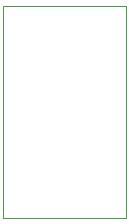
<source format=gm1>
%TF.GenerationSoftware,KiCad,Pcbnew,8.0.7*%
%TF.CreationDate,2024-12-11T02:24:04-05:00*%
%TF.ProjectId,CSAdapter,43534164-6170-4746-9572-2e6b69636164,rev?*%
%TF.SameCoordinates,Original*%
%TF.FileFunction,Profile,NP*%
%FSLAX46Y46*%
G04 Gerber Fmt 4.6, Leading zero omitted, Abs format (unit mm)*
G04 Created by KiCad (PCBNEW 8.0.7) date 2024-12-11 02:24:04*
%MOMM*%
%LPD*%
G01*
G04 APERTURE LIST*
%TA.AperFunction,Profile*%
%ADD10C,0.050000*%
%TD*%
G04 APERTURE END LIST*
D10*
X100000000Y-100000000D02*
X110400000Y-100000000D01*
X110400000Y-118000000D01*
X100000000Y-118000000D01*
X100000000Y-100000000D01*
M02*

</source>
